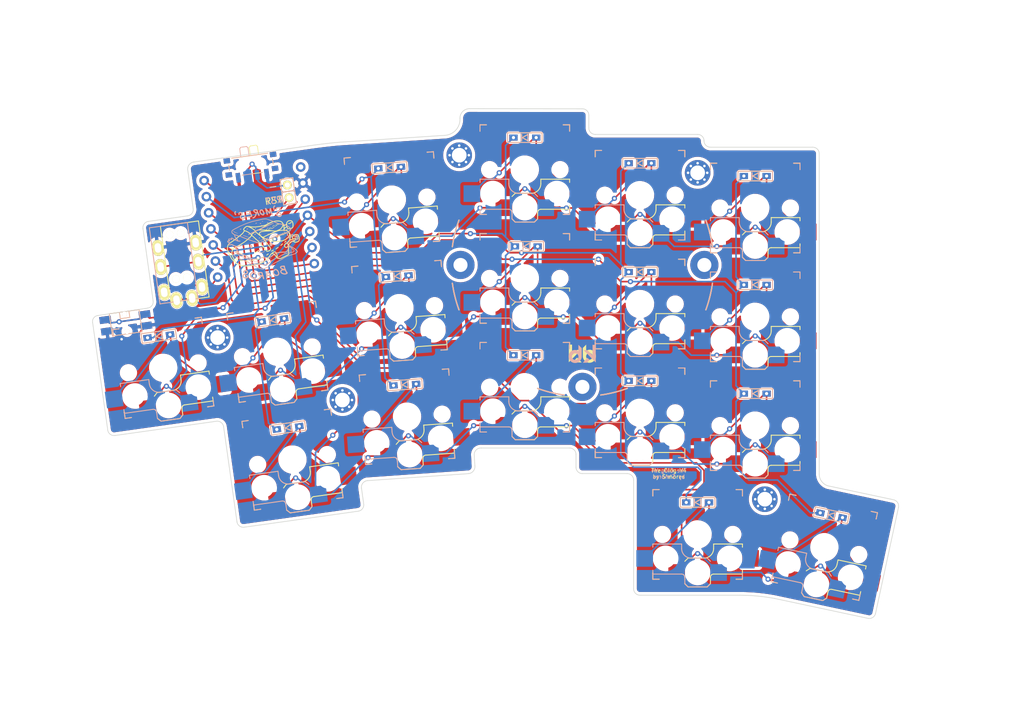
<source format=kicad_pcb>
(kicad_pcb (version 20211014) (generator pcbnew)
  (title_block (title "The Clog V2") (date "2022-06-26") (rev "1.1") (company "by S'mores"))
  (layers (0 "F.Cu" signal) (31 "B.Cu" signal) (34 "B.Paste" user) (35 "F.Paste" user) (36 "B.SilkS" user "B.Silkscreen") (37 "F.SilkS" user "F.Silkscreen") (38 "B.Mask" user) (39 "F.Mask" user) (44 "Edge.Cuts" user))
  (net 0 "")
  (net 1 "Bat-")
  (net 2 "GND")
  (net 3 "Col1")
  (net 4 "Net-(D1-Pad2)")
  (net 5 "Col2")
  (net 6 "Net-(D2-Pad2)")
  (net 7 "Col3")
  (net 8 "Net-(D3-Pad2)")
  (net 9 "Col4")
  (net 10 "Net-(D4-Pad2)")
  (net 11 "Col5")
  (net 12 "Net-(D5-Pad2)")
  (net 13 "Net-(D6-Pad2)")
  (net 14 "Net-(D7-Pad2)")
  (net 15 "Net-(D8-Pad2)")
  (net 16 "Net-(D9-Pad2)")
  (net 17 "Net-(D10-Pad2)")
  (net 18 "Net-(D11-Pad2)")
  (net 19 "Net-(D12-Pad2)")
  (net 20 "Net-(D13-Pad2)")
  (net 21 "Net-(D14-Pad2)")
  (net 22 "Net-(D15-Pad2)")
  (net 23 "Net-(D16-Pad2)")
  (net 24 "Net-(D17-Pad2)")
  (net 25 "Data2")
  (net 26 "Row1")
  (net 27 "Row2")
  (net 28 "Row3")
  (net 29 "Row4")
  (net 30 "Data1")
  (net 31 "VCC")
  (net 32 "Reset")
  (footprint "footprints:xiao-ble" (layer "F.Cu") (at 107.918764 75.214541 8)
    (fp_text reference "U1" hide)
    (fp_text value "xiao-ble" hide)
  )
  (footprint "footprints:choc-switch-socket-only" (layer "F.Cu") (at 176.418768 124.01454)
    (fp_text reference "SW16" hide)
    (fp_text value "Switch" hide)
  )
  (footprint "footprints:power-switch" (layer "F.Cu") (at 106.676153 66.561031 -172)
    (fp_text reference "SW21" hide)
    (fp_text value "SW_SPDT" hide)
  )
  (footprint "footprints:reset-switch-angled-4pin" (layer "F.Cu") (at 87.06416 90.947561 8)
    (fp_text reference "SW18" hide)
    (fp_text value "SW_Push" hide)
  )
  (footprint "footprints:smd-diode" (layer "F.Cu") (at 167.418763 83.014543)
    (fp_text reference "D9" hide)
    (fp_text value "1N4148W" hide)
  )
  (footprint "footprints:single-pin" (layer "F.Cu") (at 112.592731 71.40448 8)
    (fp_text reference "THT2" hide)
    (fp_text value "MountingHole_Pad" hide)
  )
  (footprint "footprints:smd-diode" (layer "F.Cu") (at 130.66998 100.626723 4)
    (fp_text reference "D12" hide)
    (fp_text value "1N4148W" hide)
  )
  (footprint "footprints:smd-diode" (layer "F.Cu") (at 92.232128 93.033761 8)
    (fp_text reference "D1" hide)
    (fp_text value "1N4148W" hide)
  )
  (footprint "footprints:choc-switch-socket-only" (layer "F.Cu") (at 149.418765 67.014543)
    (fp_text reference "SW3" hide)
    (fp_text value "Switch" hide)
  )
  (footprint "footprints:m2-hole" (layer "F.Cu") (at 101.418766 93.26454)
    (fp_text reference "Ref**" hide)
    (fp_text value "Val**" hide)
  )
  (footprint "art:clogs" (layer "F.Cu") (at 109.107369 77.857616)
    (fp_text reference "G***" hide)
    (fp_text value "LOGO" hide)
  )
  (footprint "footprints:choc-switch-socket-only" (layer "F.Cu") (at 185.418764 107.014542)
    (fp_text reference "SW15" hide)
    (fp_text value "Switch" hide)
  )
  (footprint "footprints:choc-switch-socket-only" (layer "F.Cu") (at 129.832902 88.655953 4)
    (fp_text reference "SW7" hide)
    (fp_text value "Switch" hide)
  )
  (footprint "footprints:smd-diode" (layer "F.Cu") (at 149.418763 62.014541)
    (fp_text reference "D3" hide)
    (fp_text value "1N4148W" hide)
  )
  (footprint "footprints:smd-diode" (layer "F.Cu") (at 128.298262 66.709542 4)
    (fp_text reference "D2" hide)
    (fp_text value "1N4148W" hide)
  )
  (footprint "footprints:smd-diode" (layer "F.Cu") (at 167.418762 66.014539)
    (fp_text reference "D4" hide)
    (fp_text value "1N4148W" hide)
  )
  (footprint "footprints:smd-diode" (layer "F.Cu") (at 129.484118 83.668135 4)
    (fp_text reference "D7" hide)
    (fp_text value "1N4148W" hide)
  )
  (footprint "footprints:tenting-puck" (layer "F.Cu") (at 158.418765 81.914537)
    (fp_text reference "REF**" hide)
    (fp_text value "Tenting Puck" hide)
  )
  (footprint "footprints:smd-diode" (layer "F.Cu") (at 197.318768 121.01454 -12)
    (fp_text reference "D17" hide)
    (fp_text value "1N4148W" hide)
  )
  (footprint "footprints:choc-switch-socket-only" (layer "F.Cu") (at 185.418763 90.014546)
    (fp_text reference "SW10" hide)
    (fp_text value "Switch" hide)
  )
  (footprint "footprints:m2-hole" (layer "F.Cu") (at 120.918766 103.014542)
    (fp_text reference "Ref**" hide)
    (fp_text value "Val**" hide)
  )
  (footprint "footprints:choc-switch-socket-only" (layer "F.Cu") (at 110.75282 95.479981 8)
    (fp_text reference "SW6" hide)
    (fp_text value "Switch" hide)
  )
  (footprint "footprints:choc-switch-socket-only" (layer "F.Cu") (at 149.418767 101.014539)
    (fp_text reference "SW13" hide)
    (fp_text value "Switch" hide)
  )
  (footprint "footprints:m2-hole" (layer "F.Cu") (at 176.418765 67.514541)
    (fp_text reference "Ref**" hide)
    (fp_text value "Val**" hide)
  )
  (footprint "footprints:choc-switch-socket-only" (layer "F.Cu") (at 167.418763 71.014537)
    (fp_text reference "SW4" hide)
    (fp_text value "Switch" hide)
  )
  (footprint "footprints:smd-diode" (layer "F.Cu") (at 149.418766 96.014542)
    (fp_text reference "D13" hide)
    (fp_text value "1N4148W" hide)
  )
  (footprint "footprints:choc-switch-socket-only" (layer "F.Cu") (at 196.218763 126.01454 -12)
    (fp_text reference "SW17" hide)
    (fp_text value "Switch" hide)
  )
  (footprint "footprints:smd-diode" (layer "F.Cu") (at 185.418764 102.014536)
    (fp_text reference "D15" hide)
    (fp_text value "1N4148W" hide)
  )
  (footprint "footprints:smd-diode" (layer "F.Cu") (at 176.418765 119.014541)
    (fp_text reference "D16" hide)
    (fp_text value "1N4148W" hide)
  )
  (footprint "footprints:single-pin" (layer "F.Cu") (at 112.314385 69.423944 8)
    (fp_text reference "THT1" hide)
    (fp_text value "MountingHole_Pad" hide)
  )
  (footprint "footprints:smd-diode" (layer "F.Cu") (at 149.643765 79.014542)
    (fp_text reference "D8" hide)
    (fp_text value "1N4148W" hide)
  )
  (footprint "footprints:choc-switch-socket-only" (layer "F.Cu") (at 113.118762 112.314539 8)
    (fp_text reference "SW11" hide)
    (fp_text value "Switch" hide)
  )
  (footprint "footprints:choc-switch-socket-only" (layer "F.Cu") (at 149.418761 84.014539)
    (fp_text reference "SW8" hide)
    (fp_text value "Switch" hide)
  )
  (footprint "footprints:m2-hole" (layer "F.Cu") (at 186.918765 118.514541)
    (fp_text reference "Ref**" hide)
    (fp_text value "Val**" hide)
  )
  (footprint "footprints:choc-switch-socket-only" (layer "F.Cu") (at 92.927995 97.9851 8)
    (fp_text reference "SW1" hide)
    (fp_text value "Switch" hide)
  )
  (footprint "footprints:smd-diode" (layer "F.Cu") (at 167.418763 100.014544)
    (fp_text reference "D14" hide)
    (fp_text value "1N4148W" hide)
  )
  (footprint "footprints:trrs" (layer "F.Cu") (at 95.450208 75.449035 8)
    (fp_text reference "J1" hide)
    (fp_text value "AudioJack4dpb" hide)
  )
  (footprint "footprints:m2-hole" (layer "F.Cu") (at 139.168765 64.764541)
    (fp_text reference "Ref**" hide)
    (fp_text value "Val**" hide)
  )
  (footprint "footprints:smd-diode" (layer "F.Cu") (at 185.418765 85.014543)
    (fp_text reference "D10" hide)
    (fp_text value "1N4148W" hide)
  )
  (footprint "footprints:choc-switch-socket-only" (layer "F.Cu") (at 167.418762 105.014544)
    (fp_text reference "SW14" hide)
    (fp_text value "Switch" hide)
  )
  (footprint "footprints:smd-diode" (layer "F.Cu") (at 112.422897 107.363198 8)
    (fp_text reference "D11" hide)
    (fp_text value "1N4148W" hide)
  )
  (footprint "footprints:choc-switch-socket-only" (layer "F.Cu") (at 167.418762 88.01454)
    (fp_text reference "SW9" hide)
    (fp_text value "Switch" hide)
  )
  (footprint "footprints:smd-diode" (layer "F.Cu") (at 185.418765 68.014544)
    (fp_text reference "D5" hide)
    (fp_text value "1N4148W" hide)
  )
  (footprint "footprints:choc-switch-socket-only" (layer "F.Cu") (at 128.647042 71.697362 4)
    (fp_text reference "SW2" hide)
    (fp_text value "Switch" hide)
  )
  (footprint "footprints:choc-switch-socket-only" (layer "F.Cu") (at 185.418764 73.014545)
    (fp_text reference "SW5" hide)
    (fp_text value "Switch" hide)
  )
  (footprint "footprints:choc-switch-socket-only" (layer "F.Cu") (at 131.018763 105.61454 4)
    (fp_text reference "SW12" hide)
    (fp_text value "Switch" hide)
  )
  (footprint "footprints:smd-diode" (layer "F.Cu") (at 110.056953 90.52864 8)
    (fp_text reference "D6" hide)
    (fp_text value "1N4148W" hide)
  )
  (footprint "footprints:reset-switch-angled-4pin" (layer "B.Cu") (at 87.06416 90.947561 -172)
    (fp_text reference "SW19" hide)
    (fp_text value "SW_Push" hide)
  )
  (footprint "art:smores" (layer "B.Cu") (at 108.849835 78.935166 -172)
    (fp_text reference "G***" hide)
    (fp_text value "LOGO" hide)
  )
  (footprint "footprints:power-switch" (layer "B.Cu") (at 106.676153 66.561031 8)
    (fp_text reference "SW20" hide)
    (fp_text value "SW_SPDT" hide)
  )
  (gr_line (start 97.686927 65.829975) (end 115.511752 63.32486) (layer "Edge.Cuts") (width 0.1))
  (gr_arc (start 178.418766 63.514541) (mid 177.711688 63.221618) (end 177.418761 62.51454) (layer "Edge.Cuts") (width 0.1))
  (gr_arc (start 115.511752 63.32486) (mid 117.940737 62.99891) (end 120.377985 62.741937) (layer "Edge.Cuts") (width 0.1))
  (gr_arc (start 158.418763 57.514541) (mid 159.125871 57.807434) (end 159.418764 58.514542) (layer "Edge.Cuts") (width 0.1))
  (gr_arc (start 176.418766 61.514541) (mid 177.125845 61.807465) (end 177.418765 62.514545) (layer "Edge.Cuts") (width 0.1))
  (gr_line (start 207.032864 118.60091) (end 196.762313 116.41784) (layer "Edge.Cuts") (width 0.1))
  (gr_arc (start 204.217815 136.358222) (mid 203.78431 136.988951) (end 203.031755 137.128457) (layer "Edge.Cuts") (width 0.1))
  (gr_line (start 82.718766 89.814541) (end 90.493305 88.653247) (layer "Edge.Cuts") (width 0.1))
  (gr_arc (start 139.281189 58.987497) (mid 139.686238 57.965388) (end 140.680571 57.496234) (layer "Edge.Cuts") (width 0.1))
  (gr_arc (start 207.032864 118.60091) (mid 207.663623 119.034418) (end 207.803102 119.786973) (layer "Edge.Cuts") (width 0.1))
  (gr_line (start 124.818763 115.614541) (end 140.668763 114.514541) (layer "Edge.Cuts") (width 0.1))
  (gr_line (start 120.377985 62.741937) (end 136.961671 61.655797) (layer "Edge.Cuts") (width 0.1))
  (gr_line (start 159.418765 60.514543) (end 159.418764 58.514542) (layer "Edge.Cuts") (width 0.1))
  (gr_line (start 102.354699 107.182776) (end 104.442294 122.036796) (layer "Edge.Cuts") (width 0.1))
  (gr_arc (start 182.918765 133.514541) (mid 185.680106 133.639797) (end 188.418766 134.014539) (layer "Edge.Cuts") (width 0.1))
  (gr_arc (start 97.599679 73.112995) (mid 97.408077 73.854014) (end 96.748585 74.242437) (layer "Edge.Cuts") (width 0.1))
  (gr_line (start 157.418766 113.514542) (end 157.418765 111.514544) (layer "Edge.Cuts") (width 0.1))
  (gr_arc (start 194.418766 63.514544) (mid 195.12587 63.807437) (end 195.418762 64.514541) (layer "Edge.Cuts") (width 0.1))
  (gr_arc (start 160.418767 61.514542) (mid 159.711659 61.22165) (end 159.418765 60.514543) (layer "Edge.Cuts") (width 0.1))
  (gr_line (start 176.418766 61.514541) (end 160.418767 61.514542) (layer "Edge.Cuts") (width 0.1))
  (gr_line (start 165.418768 114.514541) (end 158.418764 114.514541) (layer "Edge.Cuts") (width 0.1))
  (gr_arc (start 85.380972 108.558449) (mid 84.639951 108.366833) (end 84.251527 107.707352) (layer "Edge.Cuts") (width 0.1))
  (gr_arc (start 124.247656 119.253334) (mid 124.056036 119.994323) (end 123.396564 120.382775) (layer "Edge.Cuts") (width 0.1))
  (gr_arc (start 141.618765 113.314541) (mid 141.3835 114.104322) (end 140.668763 114.514541) (layer "Edge.Cuts") (width 0.1))
  (gr_arc (start 167.418771 133.514541) (mid 166.711724 133.221614) (end 166.418769 132.51454) (layer "Edge.Cuts") (width 0.1))
  (gr_line (start 166.418764 132.514542) (end 166.418767 115.514542) (layer "Edge.Cuts") (width 0.1))
  (gr_line (start 85.380972 108.558449) (end 101.22526 106.331679) (layer "Edge.Cuts") (width 0.1))
  (gr_line (start 91.3444 87.523806) (end 89.757826 76.234752) (layer "Edge.Cuts") (width 0.1))
  (gr_line (start 97.599679 73.112995) (end 96.750723 67.07236) (layer "Edge.Cuts") (width 0.1))
  (gr_line (start 188.418766 134.014539) (end 203.031755 137.128457) (layer "Edge.Cuts") (width 0.1))
  (gr_arc (start 141.518767 111.61454) (mid 141.818457 110.814235) (end 142.618762 110.514543) (layer "Edge.Cuts") (width 0.1))
  (gr_arc (start 96.750723 67.07236) (mid 96.961548 66.257305) (end 97.686927 65.829975) (layer "Edge.Cuts") (width 0.1))
  (gr_arc (start 158.418764 114.514541) (mid 157.711658 114.221648) (end 157.418767 113.514542) (layer "Edge.Cuts") (width 0.1))
  (gr_line (start 124.247656 119.253334) (end 123.899724 116.777666) (layer "Edge.Cuts") (width 0.1))
  (gr_line (start 204.217815 136.358222) (end 207.803102 119.786973) (layer "Edge.Cuts") (width 0.1))
  (gr_arc (start 91.3444 87.523806) (mid 91.152794 88.264825) (end 90.493305 88.653247) (layer "Edge.Cuts") (width 0.1))
  (gr_arc (start 165.418768 114.514541) (mid 166.125874 114.807435) (end 166.418766 115.514542) (layer "Edge.Cuts") (width 0.1))
  (gr_arc (start 105.571738 122.887892) (mid 104.830717 122.696298) (end 104.442294 122.036796) (layer "Edge.Cuts") (width 0.1))
  (gr_line (start 81.885584 90.872798) (end 84.251527 107.707352) (layer "Edge.Cuts") (width 0.1))
  (gr_line (start 141.518767 111.61454) (end 141.618765 113.314541) (layer "Edge.Cuts") (width 0.1))
  (gr_line (start 156.418763 110.514541) (end 142.618762 110.514543) (layer "Edge.Cuts") (width 0.1))
  (gr_arc (start 196.762313 116.41784) (mid 195.771941 115.691107) (end 195.418765 114.514543) (layer "Edge.Cuts") (width 0.1))
  (gr_line (start 167.418771 133.514541) (end 182.918765 133.514541) (layer "Edge.Cuts") (width 0.1))
  (gr_line (start 105.571738 122.887892) (end 123.396564 120.382775) (layer "Edge.Cuts") (width 0.1))
  (gr_line (start 195.418765 114.514543) (end 195.418763 106.014542) (layer "Edge.Cuts") (width 0.1))
  (gr_line (start 194.418766 63.514544) (end 178.418766 63.514541) (layer "Edge.Cuts") (width 0.1))
  (gr_arc (start 89.757826 76.234752) (mid 89.949484 75.493783) (end 90.608924 75.10531) (layer "Edge.Cuts") (width 0.1))
  (gr_arc (start 123.899724 116.777666) (mid 124.110512 115.999567) (end 124.818763 115.614541) (layer "Edge.Cuts") (width 0.1))
  (gr_arc (start 139.281189 58.987497) (mid 138.674001 60.801976) (end 136.961671 61.655797) (layer "Edge.Cuts") (width 0.1))
  (gr_line (start 195.418764 64.514541) (end 195.418763 106.014542) (layer "Edge.Cuts") (width 0.1))
  (gr_arc (start 101.22526 106.331679) (mid 101.966242 106.523303) (end 102.354699 107.182776) (layer "Edge.Cuts") (width 0.1))
  (gr_arc (start 156.418763 110.514541) (mid 157.125871 110.807434) (end 157.418764 111.514542) (layer "Edge.Cuts") (width 0.1))
  (gr_line (start 90.608924 75.10531) (end 96.748585 74.242437) (layer "Edge.Cuts") (width 0.1))
  (gr_line (start 158.418763 57.514541) (end 140.680571 57.496234) (layer "Edge.Cuts") (width 0.1))
  (gr_arc (start 81.885584 90.872798) (mid 82.076436 90.165958) (end 82.718766 89.814541) (layer "Edge.Cuts") (width 0.1))
  (gr_text "The Clog V4\nby S'mores" (at 171.918766 114.514542) (layer "B.SilkS") (effects (font (size 0.6 0.6) (thickness 0.1)) (justify mirror)))
  (gr_text "RST\n" (at 110.245669 71.840632 8) (layer "B.SilkS") (effects (font (size 1 1)) (justify mirror)))
  (gr_text " -" (at 110.335596 69.606374 8) (layer "B.SilkS") (effects (font (size 1 1)) (justify mirror)))
  (gr_text " -" (at 109.741434 69.689877 8) (layer "F.SilkS") (effects (font (size 1 1))))
  (gr_text "The Clog V4\nby S'mores" (at 171.918766 114.514542) (layer "F.SilkS") (effects (font (size 0.6 0.6) (thickness 0.1))))
  (gr_text "RST\n" (at 110.146642 71.85455 8) (layer "F.SilkS") (effects (font (size 1 1))))
  (segment (start 106.010646 67.214675) (end 106.806352 66.158737) (width 0.25) (layer "F.Cu") (net 1))
  (segment (start 106.132471 68.081493) (end 106.010646 67.214675) (width 0.25) (layer "F.Cu") (net 1))
  (via (at 106.806352 66.158737) (size 0.8) (drill 0.4) (layers "F.Cu" "B.Cu") (net 1))
  (segment (start 107.371073 66.584285) (end 107.54437 67.817347) (width 0.25) (layer "B.Cu") (net 1))
  (segment (start 107.617873 67.872733) (end 107.751162 68.82114) (width 0.25) (layer "B.Cu") (net 1))
  (segment (start 107.54437 67.817347) (end 107.617874 67.872734) (width 0.25) (layer "B.Cu") (net 1))
  (segment (start 106.806352 66.158737) (end 107.371073 66.584285) (width 0.25) (layer "B.Cu") (net 1))
  (segment (start 107.751162 68.82114) (end 109.142649 69.869702) (width 0.25) (layer "B.Cu") (net 1))
  (segment (start 109.142649 69.869702) (end 112.314385 69.423944) (width 0.25) (layer "B.Cu") (net 1))
  (segment (start 88.152072 93.51454) (end 86.418765 93.514541) (width 0.25) (layer "F.Cu") (net 2))
  (segment (start 92.096948 79.252737) (end 97.989042 78.424658) (width 0.25) (layer "F.Cu") (net 2))
  (segment (start 90.259247 91.407366) (end 88.152072 93.51454) (width 0.25) (layer "F.Cu") (net 2))
  (via (at 86.418765 93.514541) (size 0.8) (drill 0.4) (layers "F.Cu" "B.Cu") (net 2))
  (segment (start 86.418765 93.514541) (end 85.174464 92.270239) (width 0.25) (layer "B.Cu") (net 2))
  (segment (start 85.174464 92.270239) (end 84.119585 92.270239) (width 0.25) (layer "B.Cu") (net 2))
  (segment (start 105.706151 73.547218) (end 99.312421 68.729198) (width 0.25) (layer "F.Cu") (net 3))
  (segment (start 107.125323 83.645155) (end 105.706151 73.547218) (width 0.25) (layer "F.Cu") (net 3))
  (via (at 107.125323 83.645155) (size 0.8) (drill 0.4) (layers "F.Cu" "B.Cu") (net 3))
  (segment (start 107.33132 92.060132) (end 109.380712 106.642322) (width 0.25) (layer "B.Cu") (net 3))
  (segment (start 108.299227 90.775675) (end 107.33132 92.060132) (width 0.25) (layer "B.Cu") (net 3))
  (segment (start 91.358313 93.280794) (end 92.771666 91.867441) (width 0.25) (layer "B.Cu") (net 3))
  (segment (start 90.474402 93.280793) (end 91.358313 93.280794) (width 0.25) (layer "B.Cu") (net 3))
  (segment (start 109.380712 106.642322) (end 110.665172 107.61023) (width 0.25) (layer "B.Cu") (net 3))
  (segment (start 107.079569 89.856597) (end 107.853873 88.829061) (width 0.25) (layer "B.Cu") (net 3))
  (segment (start 107.853873 88.829061) (end 107.125323 83.645155) (width 0.25) (layer "B.Cu") (net 3))
  (segment (start 92.771666 91.867441) (end 107.079569 89.856597) (width 0.25) (layer "B.Cu") (net 3))
  (segment (start 107.079569 89.856597) (end 108.299227 90.775675) (width 0.25) (layer "B.Cu") (net 3))
  (segment (start 94.422319 95.863861) (end 93.989855 92.786728) (width 0.25) (layer "F.Cu") (net 4))
  (segment (start 99.012903 98.564) (end 98.163873 98.683323) (width 0.25) (layer "F.Cu") (net 4))
  (segment (start 101.644364 100.546946) (end 99.012903 98.564) (width 0.25) (layer "F.Cu") (net 4))
  (segment (start 98.163873 98.683323) (end 94.422319 95.863861) (width 0.25) (layer "F.Cu") (net 4))
  (segment (start 87.238372 100.218803) (end 88.525721 100.037876) (width 0.25) (layer "B.Cu") (net 4))
  (segment (start 85.255428 102.85026) (end 87.238372 100.218803) (width 0.25) (layer "B.Cu") (net 4))
  (segment (start 88.525721 100.037876) (end 93.989855 92.786728) (width 0.25) (layer "B.Cu") (net 4))
  (segment (start 121.25477 72.090768) (end 123.978273 68.476557) (width 0.25) (layer "F.Cu") (net 5))
  (via (at 123.978273 68.476557) (size 0.8) (drill 0.4) (layers "F.Cu" "B.Cu") (net 5))
  (via (at 121.25477 72.090768) (size 0.8) (drill 0.4) (layers "F.Cu" "B.Cu") (net 5))
  (segment (start 126.576882 85.099417) (end 127.591837 99.613975) (width 0.25) (layer "B.Cu") (net 5))
  (segment (start 124.093893 68.323124) (end 125.391019 68.140825) (width 0.25) (layer "B.Cu") (net 5))
  (segment (start 127.591837 99.613975) (end 128.899304 100.75054) (width 0.25) (layer "B.Cu") (net 5))
  (segment (start 126.405977 82.655387) (end 127.713443 83.791953) (width 0.25) (layer "B.Cu") (net 5))
  (segment (start 121.25477 72.090768) (end 104.005957 74.514931) (width 0.25) (layer "B.Cu") (net 5))
  (segment (start 127.713443 83.791953) (end 126.576882 85.099417) (width 0.25) (layer "B.Cu") (net 5))
  (segment (start 123.978273 68.476557) (end 124.093893 68.323124) (width 0.25) (layer "B.Cu") (net 5))
  (segment (start 125.391019 68.140825) (end 126.405977 82.655387) (width 0.25) (layer "B.Cu") (net 5))
  (segment (start 104.005957 74.514931) (end 99.665922 71.24448) (width 0.25) (layer "B.Cu") (net 5))
  (segment (start 126.527586 66.833358) (end 125.391019 68.140825) (width 0.25) (layer "B.Cu") (net 5))
  (segment (start 124.691666 72.475172) (end 129.794611 66.604907) (width 0.25) (layer "F.Cu") (net 6))
  (segment (start 133.739499 72.844929) (end 130.297389 69.852749) (width 0.25) (layer "F.Cu") (net 6))
  (segment (start 129.794611 66.604907) (end 130.068936 66.585723) (width 0.25) (layer "F.Cu") (net 6))
  (segment (start 134.762005 72.773427) (end 133.739499 72.844929) (width 0.25) (layer "F.Cu") (net 6))
  (segment (start 130.297389 69.852749) (end 130.068936 66.585723) (width 0.25) (layer "F.Cu") (net 6))
  (segment (start 137.163472 74.860993) (end 134.762005 72.773427) (width 0.25) (layer "F.Cu") (net 6))
  (via (at 124.691666 72.475172) (size 0.8) (drill 0.4) (layers "F.Cu" "B.Cu") (net 6))
  (segment (start 123.763857 73.542495) (end 124.691666 72.475172) (width 0.25) (layer "B.Cu") (net 6))
  (segment (start 120.653786 76.015461) (end 122.741351 73.613993) (width 0.25) (layer "B.Cu") (net 6))
  (segment (start 122.741351 73.613993) (end 123.763857 73.542495) (width 0.25) (layer "B.Cu") (net 6))
  (segment (start 140.918783 77.014581) (end 135.91878 77.014582) (width 0.25) (layer "F.Cu") (net 7))
  (segment (start 106.1663 84.006642) (end 105.28371 77.726685) (width 0.25) (layer "F.Cu") (net 7))
  (segment (start 106.73102 84.432191) (end 106.1663 84.006642) (width 0.25) (layer "F.Cu") (net 7))
  (segment (start 121.41878 80.014582) (end 120.102559 80.199565) (width 0.25) (layer "F.Cu") (net 7))
  (segment (start 135.91878 77.014582) (end 132.918783 80.014582) (width 0.25) (layer "F.Cu") (net 7))
  (segment (start 118.119103 82.831699) (end 106.73102 84.432191) (width 0.25) (layer "F.Cu") (net 7))
  (segment (start 120.102559 80.199565) (end 118.119103 82.831699) (width 0.25) (layer "F.Cu") (net 7))
  (segment (start 132.918783 80.014582) (end 121.41878 80.014582) (width 0.25) (layer "F.Cu") (net 7))
  (segment (start 105.28371 77.726685) (end 100.01942 73.75976) (width 0.25) (layer "F.Cu") (net 7))
  (via (at 140.918783 77.014581) (size 0.8) (drill 0.4) (layers "F.Cu" "B.Cu") (net 7))
  (segment (start 145.868802 77.014581) (end 143.918783 77.014581) (width 0.25) (layer "B.Cu") (net 7))
  (segment (start 147.643763 62.014541) (end 146.418782 63.239523) (width 0.25) (layer "B.Cu") (net 7))
  (segment (start 146.418781 77.564561) (end 145.868802 77.014581) (width 0.25) (layer "B.Cu") (net 7))
  (segment (start 143.918783 77.014581) (end 140.918783 77.014581) (width 0.25) (layer "B.Cu") (net 7))
  (segment (start 146.418783 94.78956) (end 147.643766 96.014543) (width 0.25) (layer "B.Cu") (net 7))
  (segment (start 146.418781 77.564561) (end 147.868763 79.014543) (width 0.25) (layer "B.Cu") (net 7))
  (segment (start 147.868763 79.014543) (end 146.418781 80.464525) (width 0.25) (layer "B.Cu") (net 7))
  (segment (start 146.418782 63.239523) (end 146.418781 77.564561) (width 0.25) (layer "B.Cu") (net 7))
  (segment (start 146.418781 80.464525) (end 146.418783 94.78956) (width 0.25) (layer "B.Cu") (net 7))
  (segment (start 157.693763 70.764543) (end 155.443804 68.514581) (width 0.25) (layer "F.Cu") (net 8))
  (segment (start 154.41878 68.514583) (end 151.193764 65.289563) (width 0.25) (layer "F.Cu") (net 8))
  (segment (start 155.443804 68.514581) (end 154.41878 68.514583) (width 0.25) (layer "F.Cu") (net 8))
  (segment (start 150.918823 62.014542) (end 151.193765 62.014541) (width 0.25) (layer "F.Cu") (net 8))
  (segment (start 145.418782 67.514582) (end 150.918823 62.014542) (width 0.25) (layer "F.Cu") (net 8))
  (segment (start 151.193764 65.289563) (end 151.193765 62.014541) (width 0.25) (layer "F.Cu") (net 8))
  (via (at 145.418782 67.514582) (size 0.8) (drill 0.4) (layers "F.Cu" "B.Cu") (net 8))
  (segment (start 143.393727 68.514582) (end 144.418782 68.514582) (width 0.25) (layer "B.Cu") (net 8))
  (segment (start 141.143765 70.764543) (end 143.393727 68.514582) (width 0.25) (layer "B.Cu") (net 8))
  (segment (start 144.418782 68.514582) (end 145.418782 67.514582) (width 0.25) (layer "B.Cu") (net 8))
  (segment (start 133.418781 81.014583) (end 121.418783 81.014581) (width 0.25) (layer "F.Cu") (net 9))
  (segment (start 148.906481 80.002283) (end 146.906481 80.002283) (width 0.25) (layer "F.Cu") (net 9))
  (segment (start 146.906481 80.002283) (end 144.918781 78.014583) (width 0.25) (layer "F.Cu") (net 9))
  (segment (start 118.753409 83.752381) (end 105.879924 85.561631) (width 0.25) (layer "F.Cu") (net 9))
  (segment (start 105.879924 85.561631) (end 105.315204 85.136084) (width 0.25) (layer "F.Cu") (net 9))
  (segment (start 105.315204 85.136084) (end 104.507768 79.390871) (width 0.25) (layer "F.Cu") (net 9))
  (segment (start 121.418783 81.014581) (end 120.745149 81.109254) (width 0.25) (layer "F.Cu") (net 9))
  (segment (start 144.918781 78.014583) (end 136.418782 78.014581) (width 0.25) (layer "F.Cu") (net 9))
  (segment (start 104.507768 79.390871) (end 100.372921 76.27504) (width 0.25) (layer "F.Cu") (net 9))
  (segment (start 136.418782 78.014581) (end 133.418781 81.014583) (width 0.25) (layer "F.Cu") (net 9))
  (segment (start 120.745149 81.109254) (end 118.753409 83.752381) (width 0.25) (layer "F.Cu") (net 9))
  (via (at 148.906481 80.002283) (size 0.8) (drill 0.4) (layers "F.Cu" "B.Cu") (net 9))
  (segment (start 176.918781 115.514582) (end 174.643767 117.789597) (width 0.25) (layer "B.Cu") (net 9))
  (segment (start 165.643763 66.014537) (end 164.418784 67.239521) (width 0.25) (layer "B.Cu") (net 9))
  (segment (start 165.643764 100.014545) (end 164.418781 101.239525) (width 0.25) (layer "B.Cu") (net 9))
  (segment (start 158.918782 80.014583) (end 148.918781 80.014581) (width 0.25) (layer "B.Cu") (net 9))
  (segment (start 164.418784 67.239521) (end 164.418782 81.789561) (width 0.25) (layer "B.Cu") (net 9))
  (segment (start 162.643802 80.014581) (end 158.918782 80.014583) (width 0.25) (layer "B.Cu") (net 9))
  (segment (start 176.918782 114.014582) (end 176.918781 115.514582) (width 0.25) (layer "B.Cu") (net 9))
  (segment (start 164.418782 81.789561) (end 162.643802 80.014581) (width 0.25) (layer "B.Cu") (net 9))
  (segment (start 164.41878 111.514583) (end 166.418781 113.514581) (width 0.25) (layer "B.Cu") (net 9))
  (segment (start 176.418781 113.514582) (end 176.918782 114.014582) (width 0.25) (layer "B.Cu") (net 9))
  (segment (start 166.418781 113.514581) (end 176.418781 113.514582) (width 0.25) (layer "B.Cu") (net 9))
  (segment (start 174.643767 117.789597) (end 174.643764 119.01454) (width 0.25) (layer "B.Cu") (net 9))
  (segment (start 164.418782 84.239525) (end 164.418781 98.789561) (width 0.25) (layer "B.Cu") (net 9))
  (segment (start 164.418781 101.239525) (end 164.41878 111.514583) (width 0.25) (layer "B.Cu") (net 9))
  (segment (start 148.918781 80.014581) (end 148.906481 80.002283) (width 0.25) (layer "B.Cu") (net 9))
  (segment (start 164.418781 98.789561) (end 165.643764 100.014545) (width 0.25) (layer "B.Cu") (net 9))
  (segment (start 164.418782 81.789561) (end 165.643763 83.014543) (width 0.25) (layer "B.Cu") (net 9))
  (segment (start 165.643763 83.014543) (end 164.418782 84.239525) (width 0.25) (layer "B.Cu") (net 9))
  (segment (start 172.418781 72.514582) (end 169.193762 69.289565) (width 0.25) (layer "F.Cu") (net 10))
  (segment (start 168.918826 66.014537) (end 169.193764 66.014538) (width 0.25) (layer "F.Cu") (net 10))
  (segment (start 163.41878 71.514581) (end 168.918826 66.014537) (width 0.25) (layer "F.Cu") (net 10))
  (segment (start 175.693762 74.764537) (end 173.443805 72.514583) (width 0.25) (layer "F.Cu") (net 10))
  (segment (start 173.443805 72.514583) (end 172.418781 72.514582) (width 0.25) (layer "F.Cu") (net 10))
  (segment (start 169.193762 69.289565) (end 169.193764 66.014538) (width 0.25) (layer "F.Cu") (net 10))
  (via (at 163.41878 71.514581) (size 0.8) (drill 0.4) (layers "F.Cu" "B.Cu") (net 10))
  (segment (start 162.418783 72.514582) (end 163.41878 71.514581) (width 0.25) (layer "B.Cu") (net 10))
  (segment (start 159.143763 74.764537) (end 161.39372 72.514581) (width 0.25) (layer "B.Cu") (net 10))
  (segment (start 161.39372 72.514581) (end 162.418783 72.514582) (width 0.25) (layer "B.Cu") (net 10))
  (segment (start 119.418759 84.668699) (end 105.028831 86.691073) (width 0.25) (layer "F.Cu") (net 11))
  (segment (start 147.418781 81.014582) (end 145.918781 81.014582) (width 0.25) (layer "F.Cu") (net 11))
  (segment (start 164.41878 84.514582) (end 160.918781 81.014582) (width 0.25) (layer "F.Cu") (net 11))
  (segment (start 165.91878 84.514581) (end 164.41878 84.514582) (width 0.25) (layer "F.Cu") (net 11))
  (segment (start 104.464109 86.265525) (end 103.731827 81.055057) (width 0.25) (layer "F.Cu") (net 11))
  (segment (start 121.41878 82.014582) (end 119.418759 84.668699) (width 0.25) (layer "F.Cu") (net 11))
  (segment (start 103.731827 81.055057) (end 100.72642 78.790322) (width 0.25) (layer "F.Cu") (net 11))
  (segment (start 145.918781 81.014582) (end 143.918781 79.014583) (width 0.25) (layer "F.Cu") (net 11))
  (segment (start 105.028831 86.691073) (end 104.464109 86.265525) (width 0.25) (layer "F.Cu") (net 11))
  (segment (start 143.918781 79.014583) (end 136.91878 79.014582) (width 0.25) (layer "F.Cu") (net 11))
  (segment (start 136.91878 79.014582) (end 133.918781 82.014581) (width 0.25) (layer "F.Cu") (net 11))
  (segment (start 133.918781 82.014581) (end 121.41878 82.014582) (width 0.25) (layer "F.Cu") (net 11))
  (via (at 165.91878 84.514581) (size 0.8) (drill 0.4) (layers "F.Cu" "B.Cu") (net 11))
  (via (at 160.918781 81.014582) (size 0.8) (drill 0.4) (layers "F.Cu" "B.Cu") (net 11))
  (via (at 147.418781 81.014582) (size 0.8) (drill 0.4) (layers "F.Cu" "B.Cu") (net 11))
  (segment (start 183.643763 68.014544) (end 182.418782 69.239524) (width 0.25) (layer "B.Cu") (net 11))
  (segment (start 182.41878 83.789557) (end 183.643767 85.014542) (width 0.25) (layer "B.Cu") (net 11))
  (segment (start 182.418782 103.239519) (end 182.41878 113.514582) (width 0.25) (layer "B.Cu") (net 11))
  (segment (start 183.643764 102.014537) (end 182.418782 103.239519) (width 0.25) (layer "B.Cu") (net 11))
  (segment (start 182.418781 100.789553) (end 183.643764 102.014537) (width 0.25) (layer "B.Cu") (net 11))
  (segment (start 160.918781 81.014582) (end 147.418781 81.014582) (width 0.25) (layer "B.Cu") (net 11))
  (segment (start 183.643767 85.014542) (end 182.418782 86.239525) (width 0.25) (layer "B.Cu") (net 11))
  (segment (start 194.049696 120.645499) (end 195.582555 120.645498) (width 0.25) (layer "B.Cu") (net 11))
  (segment (start 182.41878 113.514582) (end 184.41878 115.514582) (width 0.25) (layer "B.Cu") (net 11))
  (segment (start 188.918781 115.514582) (end 194.049696 120.645499) (width 0.25) (layer "B.Cu") (net 11))
  (segment (start 180.693839 84.514582) (end 165.91878 84.514581) (width 0.25) (layer "B.Cu") (net 11))
  (segment (start 184.41878 115.514582) (end 188.918781 115.514582) (width 0.25) (layer "B.Cu") (net 11))
  (segment (start 182.418782 86.239525) (end 182.418781 100.789553) (width 0.25) (layer "B.Cu") (net 11))
  (segment (start 182.418782 86.239525) (end 180.693839 84.514582) (width 0.25) (layer "B.Cu") (net 11))
  (segment (start 182.418782 69.239524) (end 182.41878 83.789557) (width 0.25) (layer "B.Cu") (net 11))
  (segment (start 193.693764 76.764545) (end 191.443799 74.514582) (width 0.25) (layer "F.Cu") (net 12))
  (segment (start 181.41878 73.514583) (end 186.91882 68.014542) (width 0.25) (layer "F.Cu") (net 12))
  (segment (start 191.443799 74.514582) (end 190.41878 74.514581) (width 0.25) (layer "F.Cu") (net 12))
  (segment (start 186.91882 68.014542) (end 187.193763 68.014543) (width 0.25) (layer "F.Cu") (net 12))
  (segment (start 187.193764 71.289563) (end 187.193763 68.014543) (width 0.25) (layer "F.Cu") (net 12))
  (segment (start 190.41878 74.514581) (end 187.193764 71.289563) (width 0.25) (layer "F.Cu") (net 12))
  (via (at 181.41878 73.514583) (size 0.8) (drill 0.4) (layers "F.Cu" "B.Cu") (net 12))
  (segment (start 177.143763 76.764545) (end 179.393728 74.514581) (width 0.25) (layer "B.Cu") (net 12))
  (segment (start 179.393728 74.514581) (end 180.418782 74.514582) (width 0.25) (layer "B.Cu") (net 12))
  (segment (start 180.418782 74.514582) (end 181.41878 73.514583) (width 0.25) (layer "B.Cu") (net 12))
  (segment (start 119.469191 98.041831) (end 116.83773 96.058885) (width 0.25) (layer "F.Cu") (net 13))
  (segment (start 116.83773 96.058885) (end 115.988699 96.178208) (width 0.25) (layer "F.Cu") (net 13))
  (segment (start 115.988699 96.178208) (end 112.247143 93.358743) (width 0.25) (layer "F.Cu") (net 13))
  (segment (start 106.937113 96.440497) (end 111.550153 90.318786) (width 0.25) (layer "F.Cu") (net 13))
  (segment (start 112.247143 93.358743) (end 111.814678 90.28161) (width 0.25) (layer "F.Cu") (net 13))
  (segment (start 111.550153 90.318786) (end 111.814678 90.28161) (width 0.25) (layer "F.Cu") (net 13))
  (via (at 106.937113 96.440497) (size 0.8) (drill 0.4) (layers "F.Cu" "B.Cu") (net 13))
  (segment (start 106.086015 97.569938) (end 106.937113 96.440497) (width 0.25) (layer "B.Cu") (net 13))
  (segment (start 103.080254 100.345144) (end 105.063197 97.713687) (width 0.25) (layer "B.Cu") (net 13))
  (segment (start 105.063197 97.713687) (end 106.086015 97.569938) (width 0.25) (layer "B.Cu") (net 13))
  (segment (start 131.483248 86.811337) (end 131.254797 83.544315) (width 0.25) (layer "F.Cu") (net 14))
  (segment (start 125.877527 89.433762) (end 130.980468 83.563499) (width 0.25) (layer "F.Cu") (net 14))
  (segment (start 130.980468 83.563499) (end 131.254797 83.544315) (width 0.25) (layer "F.Cu") (net 14))
  (segment (start 134.925359 89.803518) (end 131.483248 86.811337) (width 0.25) (layer "F.Cu") (net 14))
  (segment (start 138.349333 91.819581) (end 135.947864 89.732017) (width 0.25) (layer "F.Cu") (net 14))
  (segment (start 135.947864 89.732017) (end 134.925359 89.803518) (width 0.25) (layer "F.Cu") (net 14))
  (via (at 125.877527 89.433762) (size 0.8) (drill 0.4) (layers "F.Cu" "B.Cu") (net 14))
  (segment (start 124.949717 90.501081) (end 125.877527 89.433762) (width 0.25) (layer "B.Cu") (net 14))
  (segment (start 121.839648 92.974052) (end 123.927213 90.572584) (width 0.25) (layer "B.Cu") (net 14))
  (segment (start 123.927213 90.572584) (end 124.949717 90.501081) (width 0.25) (layer "B.Cu") (net 14))
  (segment (start 157.693761 87.764538) (end 155.443804 85.514583) (width 0.25) (layer "F.Cu") (net 15))
  (segment (start 151.418765 82.514563) (end 151.418763 79.014543) (width 0.25) (layer "F.Cu") (net 15))
  (segment (start 150.918821 79.014544) (end 151.418763 79.014543) (width 0.25) (layer "F.Cu") (net 15))
  (segment (start 155.443804 85.514583) (end 154.41878 85.514583) (width 0.25) (layer "F.Cu") (net 15))
  (segment (start 154.41878 85.514583) (end 151.418765 82.514563) (width 0.25) (layer "F.Cu") (net 15))
  (segment (start 145.418781 84.514582) (end 150.918821 79.014544) (width 0.25) (layer "F.Cu") (net 15))
  (via (at 145.418781 84.514582) (size 0.8) (drill 0.4) (layers "F.Cu" "B.Cu") (net 15))
  (segment (start 144.418781 85.514582) (end 145.418781 84.514582) (width 0.25) (layer "B.Cu") (net 15))
  (segment (start 143.393718 85.514581) (end 144.418781 85.514582) (width 0.25) (layer "B.Cu") (net 15))
  (segment (start 141.14376 87.764539) (end 143.393718 85.514581) (width 0.25) (layer "B.Cu") (net 15))
  (segment (start 163.418782 88.514582) (end 168.918822 83.014542) (width 0.25) (layer "F.Cu") (net 16))
  (segment (start 168.918822 83.014542) (end 169.193765 83.014545) (width 0.25) (layer "F.Cu") (net 16))
  (segment (start 169.193764 86.289564) (end 169.193765 83.014545) (width 0.25) (layer "F.Cu") (net 16))
  (segment (start 175.693763 91.76454) (end 173.443805 89.514582) (width 0.25) (layer "F.Cu") (net 16))
  (segment (start 172.41878 89.514582) (end 169.193764 86.289564) (width 0.25) (layer "F.Cu") (net 16))
  (segment (start 173.443805 89.514582) (end 172.41878 89.514582) (width 0.25) (layer "F.Cu") (net 16))
  (via (at 163.418782 88.514582) (size 0.8) (drill 0.4) (layers "F.Cu" "B.Cu") (net 16))
  (segment (start 159.143761 91.76454) (end 159.143762 91.741319) (width 0.25) (layer "B.Cu") (net 16))
  (segment (start 161.370498 89.514582) (end 162.418781 89.514582) (width 0.25) (layer "B.Cu") (net 16))
  (segment (start 159.143762 91.741319) (end 161.370498 89.514582) (width 0.25) (layer "B.Cu") (net 16))
  (segment (start 162.418781 89.514582) (end 163.418782 88.514582) (width 0.25) (layer "B.Cu") (net 16))
  (segment (start 193.693763 93.764545) (end 191.4438 91.514582) (width 0.25) (layer "F.Cu") (net 17))
  (segment (start 190.41878 91.514582) (end 187.193767 88.289566) (width 0.25) (layer "F.Cu") (net 17))
  (segment (start 186.918822 85.014542) (end 187.193766 85.014541) (width 0.25) (layer "F.Cu") (net 17))
  (segment (start 191.4438 91.514582) (end 190.41878 91.514582) (width 0.25) (layer "F.Cu") (net 17))
  (segment (start 181.418781 90.514582) (end 186.918822 85.014542) (width 0.25) (layer "F.Cu") (net 17))
  (segment (start 187.193767 88.289566) (end 187.193766 85.014541) (width 0.25) (layer "F.Cu") (net 17))
  (via (at 181.418781 90.514582) (size 0.8) (drill 0.4) (layers "F.Cu" "B.Cu") (net 17))
  (segment (start 179.393727 91.514581) (end 180.418781 91.514582) (width 0.25) (layer "B.Cu") (net 17))
  (segment (start 180.418781 91.514582) (end 181.418781 90.514582) (width 0.25) (layer "B.Cu") (net 17))
  (segment (start 177.143765 93.764544) (end 179.393727 91.514581) (width 0.25) (layer "B.Cu") (net 17))
  (segment (start 118.354641 113.012764) (end 114.613088 110.193302) (width 0.25) (layer "F.Cu") (net 18))
  (segment (start 119.203672 112.893442) (end 118.354641 113.012764) (width 0.25) (layer "F.Cu") (net 18))
  (segment (start 121.835132 114.876386) (end 119.203672 112.893442) (width 0.25) (layer "F.Cu") (net 18))
  (segment (start 114.613088 110.193302) (end 114.180622 107.116165) (width 0.25) (layer "F.Cu") (net 18))
  (segment (start 108.716487 114.367318) (end 114.180622 107.116165) (width 0.25) (layer "B.Cu") (net 18))
  (segment (start 107.429139 114.548245) (end 108.716487 114.367318) (width 0.25) (layer "B.Cu") (net 18))
  (segment (start 105.446196 117.179701) (end 107.429139 114.548245) (width 0.25) (layer "B.Cu") (net 18))
  (segment (start 137.133728 106.690606) (end 136.11122 106.762106) (width 0.25) (layer "F.Cu") (net 19))
  (segment (start 139.535193 108.778169) (end 137.133728 106.690606) (width 0.25) (layer "F.Cu") (net 19))
  (segment (start 132.669109 103.769926) (end 132.440658 100.502905) (width 0.25) (layer "F.Cu") (net 19))
  (segment (start 136.11122 106.762106) (end 132.669109 103.769926) (width 0.25) (layer "F.Cu") (net 19))
  (segment (start 123.025509 109.932639) (end 125.113072 107.531173) (width 0.25) (layer "B.Cu") (net 19))
  (segment (start 126.409906 107.440487) (end 132.440658 100.502905) (width 0.25) (layer "B.Cu") (net 19))
  (segment (start 125.113072 107.531173) (end 126.409906 107.440487) (width 0.25) (layer "B.Cu") (net 19))
  (segment (start 157.693764 104.76454) (end 155.443806 102.514582) (width 0.25) (layer "F.Cu") (net 20))
  (segment (start 151.193764 99.289565) (end 151.193764 96.014544) (width 0.25) (layer "F.Cu") (net 20))
  (segment (start 155.443806 102.514582) (end 154.418782 102.514582) (width 0.25) (layer "F.Cu") (net 20))
  (segment (start 154.418782 102.514582) (end 151.193764 99.289565) (width 0.25) (layer "F.Cu") (net 20))
  (segment (start 141.143766 104.764541) (end 143.393723 102.514583) (width 0.25) (layer "B.Cu") (net 20))
  (segment (start 143.393723 102.514583) (end 144.693727 102.514582) (width 0.25) (layer "B.Cu") (net 20))
  (segment (start 144.693727 102.514582) (end 151.193764 96.014544) (width 0.25) (layer "B.Cu") (net 20))
  (segment (start 175.693765 108.764543) (end 173.4438 106.514581) (width 0.25) (layer "F.Cu") (net 21))
  (segment (start 163.41878 105.514582) (end 168.91882 100.014543) (width 0.25) (layer "F.Cu") (net 21))
  (segment (start 168.91882 100.014543) (end 169.193764 100.014543) (width 0.25) (layer "F.Cu") (net 21))
  (segment (start 169.193763 103.289565) (end 169.193764 100.014543) (width 0.25) (layer "F.Cu") (net 21))
  (segment (start 173.4438 106.514581) (end 172.418782 106.514582) (width 0.25) (layer "F.Cu") (net 21))
  (segment (start 172.418782 106.514582) (end 169.193763 103.289565) (width 0.25) (layer "F.Cu") (net 21))
  (via (at 163.41878 105.514582) (size 0.8) (drill 0.4) (layers "F.Cu" "B.Cu") (net 21))
  (segment (start 162.418781 106.514582) (end 163.41878 105.514582) (width 0.25) (layer "B.Cu") (net 21))
  (segment (start 161.393725 106.514582) (end 162.418781 106.514582) (width 0.25) (layer "B.Cu") (net 21))
  (segment (start 159.143763 108.764543) (end 161.393725 106.514582) (width 0.25) (layer "B.Cu") (net 21))
  (segment (start 181.41878 107.514582) (end 186.918828 102.014535) (width 0.25) (layer "F.Cu") (net 22))
  (segment (start 191.443804 108.514582) (end 190.418782 108.514581) (width 0.25) (layer "F.Cu") (net 22))
  (segment (start 186.918828 102.014535) (end 187.193765 102.014535) (width 0.25) (layer "F.Cu") (net 22))
  (segment (start 190.418782 108.514581) (end 187.193764 105.289565) (width 0.25) (layer "F.Cu") (net 22))
  (segment (start 187.193764 105.289565) (end 187.193765 102.014535) (width 0.25) (layer "F.Cu") (net 22))
  (segment (start 193.693763 110.764541) (end 191.443804 108.514582) (width 0.25) (layer "F.Cu") (net 22))
  (via (at 181.41878 107.514582) (size 0.8) (drill 0.4) (layers "F.Cu" "B.Cu") (net 22))
  (segment (start 180.418783 108.514582) (end 181.41878 107.514582) (width 0.25) (layer "B.Cu") (net 22))
  (segment (start 177.143762 110.76454) (end 179.393721 108.514583) (width 0.25) (layer "B.Cu") (net 22))
  (segment (start 179.393721 108.514583) (end 180.418783 108.514582) (width 0.25) (layer "B.Cu") (net 22))
  (segment (start 184.693766 127.764539) (end 182.443808 125.514583) (width 0.25) (layer "F.Cu") (net 23))
  (segment (start 181.418782 125.514583) (end 178.193764 122.289566) (width 0.25) (layer "F.Cu") (net 23))
  (segment (start 182.443808 125.514583) (end 181.418782 125.514583) (width 0.25) (layer "F.Cu") (net 23))
  (segment (start 178.193764 122.289566) (end 178.193765 119.014541) (width 0.25) (layer "F.Cu") (net 23))
  (segment (start 171.693725 125.514581) (end 178.193765 119.014541) (width 0.25) (layer "B.Cu") (net 23))
  (segment (start 168.143768 127.76454) (end 170.393724 125.514583) (width 0.25) (layer "B.Cu") (net 23))
  (segment (start 170.393724 125.514583) (end 171.693725 125.514581) (width 0.25) (layer "B.Cu") (net 23))
  (segment (start 203.533266 131.403064) (end 201.800235 128.734431) (width 0.25) (layer "F.Cu") (net 24))
  (segment (start 198.349233 124.703847) (end 199.054979 121.383583) (width 0.25) (layer "F.Cu") (net 24))
  (segment (start 201.800235 128.734431) (end 200.833241 128.52889) (width 0.25) (layer "F.Cu") (net 24))
  (segment (start 200.833241 128.52889) (end 198.349233 124.703847) (width 0.25) (layer "F.Cu") (net 24))
  (segment (start 191.203929 126.482114) (end 199.054979 121.383583) (width 0.25) (layer "B.Cu") (net 24))
  (segment (start 187.344927 127.962125) (end 190.013559 126.229092) (width 0.25) (layer "B.Cu") (net 24))
  (segment (start 190.013559 126.229092) (end 191.203929 126.482114) (width 0.25) (layer "B.Cu") (net 24))
  (segment (start 107.729315 80.757492) (end 107.938075 82.242894) (width 0.25) (layer "F.Cu") (net 25))
  (segment (start 108.680525 82.802369) (end 116.525105 81.699885) (width 0.25) (layer "F.Cu") (net 25))
  (segment (start 107.938075 82.242894) (end 108.680525 82.802369) (width 0.25) (layer "F.Cu") (net 25))
  (segment (start 95.012888 87.426462) (end 97.439046 87.085488) (width 0.25) (layer "F.Cu") (net 25))
  (via (at 107.729315 80.757492) (size 0.8) (drill 0.4) (layers "F.Cu" "B.Cu") (net 25))
  (segment (start 103.907418 82.304453) (end 104.758511 81.175012) (width 0.25) (layer "B.Cu") (net 25))
  (segment (start 97.439045 87.085488) (end 98.755654 88.077625) (width 0.25) (layer "B.Cu") (net 25))
  (segment (start 104.116176 83.789855) (end 103.907418 82.304453) (width 0.25) (layer "B.Cu") (net 25))
  (segment (start 104.758511 81.175012) (end 107.729315 80.757492) (width 0.25) (layer "B.Cu") (net 25))
  (segment (start 99.651943 87.951659) (end 101.137345 87.742899) (width 0.25) (layer "B.Cu") (net 25))
  (segment (start 98.755654 88.077625) (end 99.651943 87.951659) (width 0.25) (layer "B.Cu") (net 25))
  (segment (start 101.137345 87.742899) (end 104.116176 83.789855) (width 0.25) (layer "B.Cu") (net 25))
  (segment (start 185.093728 76.014581) (end 185.418781 76.014581) (width 0.25) (layer "F.Cu") (net 26))
  (segment (start 160.868737 76.964538) (end 156.91878 73.014581) (width 0.25) (layer "F.Cu") (net 26))
  (segment (start 128.532101 74.712727) (end 128.856314 74.690056) (width 0.25) (layer "F.Cu") (net 26))
  (segment (start 164.143762 76.964538) (end 167.093719 74.014581) (width 0.25) (layer "F.Cu") (net 26))
  (segment (start 121.234832 78.50222) (end 115.464607 74.154043) (width 0.25) (layer "F.Cu") (net 26))
  (segment (start 167.093719 74.014581) (end 167.418781 74.014582) (width 0.25) (layer "F.Cu") (net 26))
  (segment (start 142.41878 73.014582) (end 142.468821 72.964543) (width 0.25) (layer "F.Cu") (net 26))
  (segment (start 182.143764 78.964545) (end 185.093728 76.014581) (width 0.25) (layer "F.Cu") (net 26))
  (segment (start 142.468821 72.964543) (end 146.143763 72.964542) (width 0.25) (layer "F.Cu") (net 26))
  (segment (start 90.512946 104.332986) (end 93.09166 100.910917) (width 0.25) (layer "F.Cu") (net 26))
  (segment (start 156.91878 73.014581) (end 155.91878 73.014583) (width 0.25) (layer "F.Cu") (net 26))
  (segment (start 179.418781 79.014582) (end 179.468818 78.964545) (width 0.25) (layer "F.Cu") (net 26))
  (segment (start 125.795071 77.861321) (end 121.234832 78.50222) (width 0.25) (layer "F.Cu") (net 26))
  (segment (start 164.143762 76.964538) (end 160.868737 76.964538) (width 0.25) (layer "F.Cu") (net 26))
  (segment (start 179.468818 78.964545) (end 182.143764 78.964545) (width 0.25) (layer "F.Cu") (net 26))
  (segment (start 93.09166 100.910917) (end 93.42129 100.864591) (width 0.25) (layer "F.Cu") (net 26))
  (segment (start 125.795071 77.861322) (end 128.532101 74.712727) (width 0.25) (layer "F.Cu") (net 26))
  (segment (start 149.093727 70.014581) (end 149.41878 70.014582) (width 0.25) (layer "F.Cu") (net 26))
  (segment (start 146.143763 72.964542) (end 149.093727 70.014581) (width 0.25) (layer "F.Cu") (net 26))
  (segment (start 97.949752 90.210541) (end 108.8427 88.679636) (width 0.25) (layer "F.Cu") (net 26))
  (segment (start 95.822016 93.034145) (end 97.949752 90.210541) (width 0.25) (layer "F.Cu") (net 26))
  (via (at 95.822016 93.034145) (size 0.8) (drill 0.4) (layers "F.Cu" "B.Cu") (net 26))
  (via (at 179.418781 79.014582) (size 0.8) (drill 0.4) (layers "F.Cu" "B.Cu") (net 26))
  (via (at 167.418781 74.014582) (size 0.8) (drill 0.4) (layers "F.Cu" "B.Cu") (net 26))
  (via (at 155.91878 73.014583) (size 0.8) (drill 0.4) (layers "F.Cu" "B.Cu") (net 26))
  (via (at 128.856314 74.690056) (size 0.8) (drill 0.4) (layers "F.Cu" "B.Cu") (net 26))
  (via (at 149.41878 70.014582) (size 0.8) (drill 0.4) (layers "F.Cu" "B.Cu") (net 26))
  (via (at 93.42129 100.864591) (size 0.8) (drill 0.4) (layers "F.Cu" "B.Cu") (net 26))
  (via (at 185.418781 76.014581) (size 0.8) (drill 0.4) (layers "F.Cu" "B.Cu") (net 26))
  (via (at 108.8427 88.679636) (size 0.8) (drill 0.4) (layers "F.Cu" "B.Cu") (net 26))
  (via (at 142.41878 73.014582) (size 0.8) (drill 0.4) (layers "F.Cu" "B.Cu") (net 26))
  (segment (start 155.91878 73.014583) (end 155.868743 72.964542) (width 0.25) (layer "B.Cu") (net 26))
  (segment (start 108.8427 88.679636) (end 110.119343 86.985475) (width 0.25) (layer "B.Cu") (net 26))
  (segment (start 170.693764 76.964538) (end 172.743805 79.014582) (width 0.25) (layer "B.Cu") (net 26))
  (segment (start 109.439676 82.149395) (end 115.464607 74.154043) (width 0.25) (layer "B.Cu") (net 26))
  (segment (start 149.41878 70.014582) (end 149.743805 70.014581) (width 0.25) (layer "B.Cu") (net 26))
  (segment (start 93.42129 100.864591) (end 93.577136 100.84269) (width 0.25) (layer "B.Cu") (net 26))
  (segment (start 167.418781 74.014582) (end 167.743808 74.014581) (width 0.25) (layer "B.Cu") (net 26))
  (segment (start 185.418781 76.014581) (end 185.743801 76.014581) (width 0.25) (layer "B.Cu") (net 26))
  (segment (start 185.743801 76.014581) (end 188.693764 78.964545) (width 0.25) (layer "B.Cu") (net 26))
  (segment (start 167.743808 74.014581) (end 170.693764 76.964538) (width 0.25) (layer "B.Cu") (net 26))
  (segment (start 172.743805 79.014582) (end 179.418781 79.014582) (width 0.25) (layer "B.Cu") (net 26))
  (segment (start 128.856314 74.690056) (end 129.180523 74.667385) (width 0.25) (layer "B.Cu") (net 26))
  (segment (start 149.743805 70.014581) (end 152.693766 72.964542) (width 0.25) (layer "B.Cu") (net 26))
  (segment (start 132.329117 77.404416) (end 138.028949 77.404417) (width 0.25) (layer "B.Cu") (net 26))
  (segment (start 96.587466 98.480618) (end 95.822016 93.034145) (width 0.25) (layer "B.Cu") (net 26))
  (segment (start 93.577136 100.84269) (end 94.361898 101.43405) (width 0.25) (layer "B.Cu") (net 26))
  (segment (start 94.361898 101.43405) (end 96.587466 98.480618) (width 0.25) (layer "B.Cu") (net 26))
  (segment (start 155.868743 72.964542) (end 152.693766 72.964542) (width 0.25) (layer "B.Cu") (net 26))
  (segment (start 94.361898 101.43405) (end 96.999205 103.421403) (width 0.25) (layer "B.Cu") (net 26))
  (segment (start 110.119343 86.985475) (end 109.439676 82.149395) (width 0.25) (layer "B.Cu") (net 26))
  (segment (start 129.180523 74.667385) (end 132.329117 77.404416) (width 0.25) (layer "B.Cu") (net 26))
  (segment (start 138.028949 77.404417) (end 142.41878 73.014582) (width 0.25) (layer "B.Cu") (net 26))
  (segment (start 185.093727 93.014581) (end 185.41878 93.014583) (width 0.25) (layer "F.Cu") (net 27))
  (segment (start 110.916484 98.405803) (end 111.246116 98.359476) (width 0.25) (layer "F.Cu") (net 27))
  (segment (start 179.41878 96.014582) (end 179.46882 95.964546) (width 0.25) (layer "F.Cu") (net 27))
  (segment (start 146.143761 89.964539) (end 149.093718 87.014581) (width 0.25) (layer "F.Cu") (net 27))
  (segment (start 167.093721 91.014582) (end 167.41878 91.014581) (width 0.25) (layer "F.Cu") (net 27))
  (segment (start 129.717962 91.671316) (end 130.042174 91.648645) (width 0.25) (layer "F.Cu") (net 27))
  (segment (start 157.418782 90.014582) (end 155.418783 90.014583) (width 0.25) (layer "F.Cu") (net 27))
  (segment (start 179.46882 95.964546) (end 182.143763 95.964544) (width 0.25) (layer "F.Cu") (net 27))
  (segment (start 149.093718 87.014581) (end 149.41878 87.014583) (width 0.25) (layer "F.Cu") (net 27))
  (segment (start 161.368738 93.964541) (end 157.418782 90.014582) (width 0.25) (layer "F.Cu") (net 27))
  (segment (start 164.143763 93.964541) (end 161.368738 93.964541) (width 0.25) (layer "F.Cu") (net 27))
  (segment (start 141.41878 90.014583) (end 141.468823 89.96454) (width 0.25) (layer "F.Cu") (net 27))
  (segment (start 108.337773 101.827869) (end 110.916484 98.405803) (width 0.25) (layer "F.Cu") (net 27))
  (segment (start 164.143763 93.964541) (end 167.093721 91.014582) (width 0.25) (layer "F.Cu") (net 27))
  (segment (start 123.918781 95.014582) (end 124.113453 94.819912) (width 0.25) (layer "F.Cu") (net 27))
  (segment (start 141.468823 89.96454) (end 146.143761 89.964539) (width 0.25) (layer "F.Cu") (net 27))
  (segment (start 124.113453 94.819912) (end 126.980932 94.819912) (width 0.25) (layer "F.Cu") (net 27))
  (segment (start 126.980931 94.819911) (end 129.717962 91.671316) (width 0.25) (layer "F.Cu") (net 27))
  (segment (start 182.143763 95.964544) (end 185.093727 93.014581) (width 0.25) (layer "F.Cu") (net 27))
  (via (at 167.41878 91.014581) (size 0.8) (drill 0.4) (layers "F.Cu" "B.Cu") (net 27))
  (via (at 141.41878 90.014583) (size 0.8) (drill 0.4) (layers "F.Cu" "B.Cu") (net 27))
  (via (at 179.41878 96.014582) (size 0.8) (drill 0.4) (layers "F.Cu" "B.Cu") (net 27))
  (via (at 123.918781 95.014582) (size 0.8) (drill 0.4) (layers "F.Cu" "B.Cu") (net 27))
  (via (at 155.418783 90.014583) (size 0.8) (drill 0.4) (layers "F.Cu" "B.Cu") (net 27))
  (via (at 130.042174 91.648645) (size 0.8) (drill 0.4) (layers "F.Cu" "B.Cu") (net 27))
  (via (at 149.41878 87.014583) (size 0.8) (drill 0.4) (layers "F.Cu" "B.Cu") (net 27))
  (via (at 111.246116 98.359476) (size 0.8) (drill 0.4) (layers "F.Cu" "B.Cu") (net 27))
  (via (at 185.41878 93.014583) (size 0.8) (drill 0.4) (layers "F.Cu" "B.Cu") (net 27))
  (segment (start 130.042174 91.648645) (end 130.366382 91.625975) (width 0.25) (layer "B.Cu") (net 27))
  (segment (start 114.82403 100.916284) (end 118.017078 100.916284) (width 0.25) (layer "B.Cu") (net 27))
  (segment (start 185.7438 93.014581) (end 188.693764 95.964545) (width 0.25) (layer "B.Cu") (net 27))
  (segment (start 113.623104 79.582189) (end 115.818105 76.669323) (width 0.25) (layer "B.Cu") (net 27))
  (segment (start 113.559306 92.995105) (end 115.201829 90.815402) (width 0.25) (layer "B.Cu") (net 27))
  (segment (start 167.743804 91.014582) (end 170.693763 93.964541) (width 0.25) (layer "B.Cu") (net 27))
  (segment (start 137.070356 94.363007) (end 141.41878 90.014583) (width 0.25) (layer "B.Cu") (net 27))
  (segment (start 111.246116 98.359476) (end 111.401964 98.337572) (width 0.25) (layer "B.Cu") (net 27))
  (segment (start 185.41878 93.014583) (end 185.7438 93.014581) (width 0.25) (layer "B.Cu") (net 27))
  (segment (start 118.017078 100.916284) (end 123.918781 95.014582) (width 0.25) (layer "B.Cu") (net 27))
  (segment (start 155.36874 89.964539) (end 152.693761 89.964539) (width 0.25) (layer "B.Cu") (net 27))
  (segment (start 173.368739 93.964539) (end 175.41878 96.014581) (width 0.25) (layer "B.Cu") (net 27))
  (segment (start 167.41878 91.014581) (end 167.743804 91.014582) (width 0.25) (layer "B.Cu") (net 27))
  (segment (start 170.693763 93.964541) (end 173.368739 93.964539) (width 0.25) (layer "B.Cu") (net 27))
  (segment (start 133.514976 94.363006) (end 137.070356 94.363007) (width 0.25) (layer "B.Cu") (net 27))
  (segment (start 155.418783 90.014583) (end 155.36874 89.964539) (width 0.25) (layer "B.Cu") (net 27))
  (segment (start 149.41878 87.014583) (end 149.743803 87.014583) (width 0.25) (layer "B.Cu") (net 27))
  (segment (start 175.41878 96.014581) (end 179.41878 96.014582) (width 0.25) (layer "B.Cu") (net 27))
  (segment (start 115.201829 90.815402) (end 113.623104 79.582189) (width 0.25) (layer "B.Cu") (net 27))
  (segment (start 149.743803 87.014583) (end 152.693761 89.964539) (width 0.25) (layer "B.Cu") (net 27))
  (segment (start 114.654612 100.788619) (end 113.559306 92.995105) (width 0.25) (layer "B.Cu") (net 27))
  (segment (start 111.401964 98.337572) (end 114.82403 100.916285) (width 0.25) (layer "B.Cu") (net 27))
  (segment (start 130.366382 91.625975) (end 133.514976 94.363006) (width 0.25) (layer "B.Cu") (net 27))
  (segment (start 114.824029 100.916284) (end 114.654612 100.788619) (width 0.25) (layer "B.Cu") (net 27))
  (segment (start 149.093723 104.014583) (end 149.418782 104.014581) (width 0.25) (layer "F.Cu") (net 28))
  (segment (start 164.143765 110.964545) (end 167.093725 108.014581) (width 0.25) (layer "F.Cu") (net 28))
  (segment (start 113.282427 115.240359) (end 113.612058 115.194032) (width 0.25) (layer "F.Cu") (net 28))
  (segment (start 164.143765 110.964545) (end 160.868743 110.964544) (width 0.25) (layer "F.Cu") (net 28))
  (segment (start 156.918781 107.014581) (end 155.918782 107.014582) (width 0.25) (layer "F.Cu") (net 28))
  (segment (start 123.418782 97.014583) (end 116.918783 90.514581) (width 0.25) (layer "F.Cu") (net 28))
  (segment (start 124.91878 112.014582) (end 125.154866 111.778498) (width 0.25) (layer "F.Cu") (net 28))
  (segment (start 141.418782 107.014582) (end 141.468822 106.964539) (width 0.25) (layer "F.Cu") (net 28))
  (segment (start 128.166792 111.778496) (end 130.903821 108.629906) (width 0.25) (layer "F.Cu") (net 28))
  (segment (start 179.418782 113.014581) (end 179.468822 112.964541) (width 0.25) (layer "F.Cu") (net 28))
  (segment (start 179.468822 112.964541) (end 182.143763 112.964539) (width 0.25) (layer "F.Cu") (net 28))
  (segment (start 141.468822 106.964539) (end 146.143764 106.964541) (width 0.25) (layer "F.Cu") (net 28))
  (segment (start 160.868743 110.964544) (end 156.918781 107.014581) (width 0.25) (layer "F.Cu") (net 28))
  (segment (start 123.418782 104.514581) (end 123.418782 97.014583) (width 0.25) (layer "F.Cu") (net 28))
  (segment (start 119.418782 108.514582) (end 123.418782 104.514581) (width 0.25) (layer "F.Cu") (net 28))
  (segment (start 185.093721 110.014582) (end 185.418782 110.014583) (width 0.25) (layer "F.Cu") (net 28))
  (segment (start 130.903821 108.629906) (end 131.228034 108.607234) (width 0.25) (layer "F.Cu") (net 28))
  (segment (start 146.143764 106.964541) (end 149.093723 104.014583) (width 0.25) (layer "F.Cu") (net 28))
  (segment (start 125.154866 111.778498) (end 128.166794 111.778498) (width 0.25) (layer "F.Cu") (net 28))
  (segment (start 182.143763 112.964539) (end 185.093721 110.014582) (width 0.25) (layer "F.Cu") (net 28))
  (segment (start 167.093725 108.014581) (end 167.418782 108.014581) (width 0.25) (layer "F.Cu") (net 28))
  (segment (start 110.703714 118.662426) (end 113.282427 115.240359) (width 0.25) (layer "F.Cu") (net 28))
  (via (at 167.418782 108.014581) (size 0.8) (drill 0.4) (layers "F.Cu" "B.Cu") (net 28))
  (via (at 119.418782 108.514582) (size 0.8) (drill 0.4) (layers "F.Cu" "B.Cu") (net 28))
  (via (at 113.612058 115.194032) (size 0.8) (drill 0.4) (layers "F.Cu" "B.Cu") (net 28))
  (via (at 149.418782 104.014581) (size 0.8) (drill 0.4) (layers "F.Cu" "B.Cu") (net 28))
  (via (at 179.418782 113.014581) (size 0.8) (drill 0.4) (layers "F.Cu" "B.Cu") (net 28))
  (via (at 155.918782 107.014582) (size 0.8) (drill 0.4) (layers "F.Cu" "B.Cu") (net 28))
  (via (at 116.918783 90.514581) (size 0.8) (drill 0.4) (layers "F.Cu" "B.Cu") (net 28))
  (via (at 185.418782 110.014583) (size 0.8) (drill 0.4) (layers "F.Cu" "B.Cu") (net 28))
  (via (at 141.418782 107.014582) (size 0.8) (drill 0.4) (layers "F.Cu" "B.Cu") (net 28))
  (via (at 131.228034 108.607234) (size 0.8) (drill 0.4) (layers "F.Cu" "B.Cu") (net 28))
  (via (at 124.91878 112.014582) (size 0.8) (drill 0.4) (layers "F.Cu" "B.Cu") (net 28))
  (segment (start 137.111769 111.321592) (end 141.418782 107.014582) (width 0.25) (layer "B.Cu") (net 28))
  (segment (start 117.189972 117.750841) (end 119.182521 117.750843) (width 0.25) (layer "B.Cu") (net 28))
  (segment (start 113.612058 115.194032) (end 113.767905 115.172131) (width 0.25) (layer "B.Cu") (net 28))
  (segment (start 155.918782 107.014582) (end 155.86874 106.964541) (width 0.25) (layer "B.Cu") (net 28))
  (segment (start 134.700839 111.321592) (end 137.111769 111.321592) (width 0.25) (layer "B.Cu") (net 28))
  (segment (start 113.767905 115.172131) (end 117.189973 117.750842) (width 0.25) (layer "B.Cu") (net 28))
  (segment (start 170.693764 110.964543) (end 173.868742 110.964544) (width 0.25) (layer "B.Cu") (net 28))
  (segment (start 131.228034 108.607234) (end 131.552246 108.584564) (width 0.25) (layer "B.Cu") (net 28))
  (segment (start 116.717 111.216363) (end 119.418782 108.514582) (width 0.25) (layer "B.Cu") (net 28))
  (segment (start 114.827699 80.968029) (end 116.080612 89.882975) (width 0.25) (layer "B.Cu") (net 28))
  (segment (start 155.86874 106.964541) (end 152.693765 106.964541) (width 0.25) (layer "B.Cu") (net 28))
  (segment (start 116.080612 89.882975) (end 116.918783 90.514581) (width 0.25) (layer "B.Cu") (net 28))
  (segment (start 149.743806 104.014581) (end 152.693765 106.964541) (width 0.25) (layer "B.Cu") (net 28))
  (segment (start 131.552246 108.584564) (end 134.700839 111.321591) (width 0.25) (layer "B.Cu") (net 28))
  (segment (start 185.743804 110.014582) (end 188.693763 112.964539) (width 0.25) (layer "B.Cu") (net 28))
  (segment (start 185.418782 110.014583) (end 185.743804 110.014582) (width 0.25) (layer "B.Cu") (net 28))
  (segment (start 116.717 117.277872) (end 116.717 111.216363) (width 0.25) (layer "B.Cu") (net 28))
  (segment (start 175.918782 113.014581) (end 179.418782 113.014581) (width 0.25) (layer "B.Cu") (net 28))
  (segment (start 116.171605 79.184604) (end 114.827699 80.968029) (width 0.25) (layer "B.Cu") (net 28))
  (segment (start 117.189972 117.750841) (end 116.717 117.277872) (width 0.25) (layer "B.Cu") (net 28))
  (segment (start 149.418782 104.014581) (end 149.743806 104.014581) (width 0.25) (layer "B.Cu") (net 28))
  (segment (start 119.182521 117.750843) (end 124.91878 112.014582) (width 0.25) (layer "B.Cu") (net 28))
  (segment (start 173.868742 110.964544) (end 175.918782 113.014581) (width 0.25) (layer "B.Cu") (net 28))
  (segment (start 167.7438 108.014581) (end 170.693764 110.964543) (width 0.25) (layer "B.Cu") (net 28))
  (segment (start 167.418782 108.014581) (end 167.7438 108.014581) (width 0.25) (layer "B.Cu") (net 28))
  (segment (start 173.918782 121.014583) (end 172.918781 120.014581) (width 0.25) (layer "F.Cu") (net 29))
  (segment (start 176.093723 127.014582) (end 176.418782 127.014581) (width 0.25) (layer "F.Cu") (net 29))
  (segment (start 117.918783 90.514582) (end 117.592024 88.189574) (width 0.25) (layer "F.Cu") (net 29))
  (segment (start 172.918781 118.014581) (end 173.918781 117.014583) (width 0.25) (layer "F.Cu") (net 29))
  (segment (start 154.918781 108.014582) (end 150.008241 103.104041) (width 0.25) (layer "F.Cu") (net 29))
  (segment (start 195.277134 128.881411) (end 195.630636 128.956554) (width 0.25) (layer "F.Cu") (net 29))
  (segment (start 115.635404 86.715157) (end 104.742456 88.246061) (width 0.25) (layer "F.Cu") (net 29))
  (segment (start 125.418781 98.014582) (end 117.918783 90.514582) (width 0.25) (layer "F.Cu") (net 29))
  (segment (start 102.955885 82.719242) (end 101.079921 81.305603) (width 0.25) (layer "F.Cu") (net 29))
  (segment (start 177.418782 114.014581) (end 176.243744 112.839545) (width 0.25) (layer "F.Cu") (net 29))
  (segment (start 172.918781 120.014581) (end 172.918781 118.014581) (width 0.25) (layer "F.Cu") (net 29))
  (segment (start 177.418783 116.014581) (end 177.418782 114.014581) (width 0.25) (layer "F.Cu") (net 29))
  (segment (start 176.41878 117.014582) (end 177.418783 116.014581) (width 0.25) (layer "F.Cu") (net 29))
  (segment (start 117.592024 88.189574) (end 115.635404 86.715157) (width 0.25) (layer "F.Cu") (net 29))
  (segment (start 173.918782 129.189525) (end 173.918782 121.014583) (width 0.25) (layer "F.Cu") (net 29))
  (segment (start 156.918781 108.014581) (end 154.918781 108.014582) (width 0.25) (layer "F.Cu") (net 29))
  (segment (start 161.743745 112.839545) (end 156.918781 108.014581) (width 0.25) (layer "F.Cu") (net 29))
  (segment (start 143.418781 98.014581) (end 125.418781 98.014582) (width 0.25) (layer "F.Cu") (net 29))
  (segment (start 187.557808 131.153606) (end 191.778256 131.153607) (width 0.25) (layer "F.Cu") (net 29))
  (segment (start 104.742456 88.246061) (end 103.613015 87.394966) (width 0.25) (layer "F.Cu") (net 29))
  (segment (start 173.918781 117.014583) (end 176.41878 117.014582) (width 0.25) (layer "F.Cu") (net 29))
  (segment (start 103.613015 87.394966) (end 102.955885 82.719242) (width 0.25) (layer "F.Cu") (net 29))
  (segment (start 173.143766 129.96454) (end 173.918782 129.189525) (width 0.25) (layer "F.Cu") (net 29))
  (segment (start 176.243744 112.839545) (end 161.743745 112.839545) (width 0.25) (layer "F.Cu") (net 29))
  (segment (start 191.778257 131.15361) (end 195.277134 128.881411) (width 0.25) (layer "F.Cu") (net 29))
  (segment (start 173.143766 129.96454) (end 176.093723 127.014582) (width 0.25) (layer "F.Cu") (net 29))
  (segment (start 150.008241 103.104041) (end 148.508241 103.104041) (width 0.25) (layer "F.Cu") (net 29))
  (segment (start 187.41878 131.014582) (end 187.557808 131.153606) (width 0.25) (layer "F.Cu") (net 29))
  (segment (start 148.508241 103.104041) (end 143.418781 98.014581) (width 0.25) (layer "F.Cu") (net 29))
  (via (at 176.418782 127.014581) (size 0.8) (drill 0.4) (layers "F.Cu" "B.Cu") (net 29))
  (via (at 195.630636 128.956554) (size 0.8) (drill 0.4) (layers "F.Cu" "B.Cu") (net 29))
  (via (at 187.41878 131.014582) (size 0.8) (drill 0.4) (layers "F.Cu" "B.Cu") (net 29))
  (segment (start 179.693765 129.96454) (end 186.368739 129.964539) (width 0.25) (layer "B.Cu") (net 29))
  (segment (start 195.912929 129.016557) (end 198.185125 132.515431) (width 0.25) (layer "B.Cu") (net 29))
  (segment (start 176.743808 127.014582) (end 179.693765 129.96454) (width 0.25) (layer "B.Cu") (net 29))
  (segment (start 186.368739 129.964539) (end 187.41878 131.014582) (width 0.25) (layer "B.Cu") (net 29))
  (segment (start 195.630636 128.956554) (end 195.912929 129.016557) (width 0.25) (layer "B.Cu") (net 29))
  (segment (start 176.418782 127.014581) (end 176.743808 127.014582) (width 0.25) (layer "B.Cu") (net 29))
  (segment (start 93.428123 85.710906) (end 98.489548 84.999569) (width 0.25) (layer "F.Cu") (net 30))
  (segment (start 98.489548 84.999569) (end 98.963254 85.356533) (width 0.25) (layer "F.Cu") (net 30))
  (segment (start 93.071159 86.184613) (end 93.428123 85.710906) (width 0.25) (layer "F.Cu") (net 30))
  (segment (start 100.431746 85.15015) (end 101.43342 83.820883) (width 0.25) (layer "F.Cu") (net 30))
  (segment (start 98.963254 85.356533) (end 100.431746 85.15015) (width 0.25) (layer "F.Cu") (net 30))
  (segment (start 110.427836 77.853671) (end 110.352187 77.864302) (width 0.25) (layer "F.Cu") (net 31))
  (segment (start 98.406561 81.395462) (end 92.514466 82.223542) (width 0.25) (layer "F.Cu") (net 31))
  (segment (start 115.111106 71.638763) (end 110.427836 77.853671) (width 0.25) (layer "F.Cu") (net 31))
  (via (at 110.352187 77.864302) (size 0.8) (drill 0.4) (layers "F.Cu" "B.Cu") (net 31))
  (segment (start 110.352187 77.864302) (end 109.586202 78.880801) (width 0.25) (layer "B.Cu") (net 31))
  (segment (start 99.201725 80.340242) (end 98.406562 81.395461) (width 0.25) (layer "B.Cu") (net 31))
  (segment (start 109.586202 78.880801) (end 99.201725 80.340242) (width 0.25) (layer "B.Cu") (net 31))
  (segment (start 86.03214 90.789653) (end 89.498078 90.302548) (width 0.25) (layer "F.Cu") (net 32))
  (segment (start 83.869075 90.487757) (end 84.54674 90.998412) (width 0.25) (layer "F.Cu") (net 32))
  (segment (start 90.782554 90.207997) (end 102.266785 88.593993) (width 0.25) (layer "F.Cu") (net 32))
  (segment (start 89.498078 90.302548) (end 90.008737 89.624884) (width 0.25) (layer "F.Cu") (net 32))
  (segment (start 108.237021 77.184703) (end 112.592731 71.40448) (width 0.25) (layer "F.Cu") (net 32))
  (segment (start 90.008737 89.624883) (end 90.782554 90.207997) (width 0.25) (layer "F.Cu") (net 32))
  (segment (start 84.54674 90.998412) (end 86.03214 90.789653) (width 0.25) (layer "F.Cu") (net 32))
  (segment (start 108.858759 81.608587) (end 108.237021 77.184703) (width 0.25) (layer "F.Cu") (net 32))
  (via (at 108.858759 81.608587) (size 0.8) (drill 0.4) (layers "F.Cu" "B.Cu") (net 32))
  (via (at 102.266785 88.593993) (size 0.8) (drill 0.4) (layers "F.Cu" "B.Cu") (net 32))
  (via (at 86.03214 90.789653) (size 0.8) (drill 0.4) (layers "F.Cu" "B.Cu") (net 32))
  (segment (start 105.245619 84.64095) (end 105.106445 83.650682) (width 0.25) (layer "B.Cu") (net 32))
  (segment (start 104.967271 82.660414) (end 105.39282 82.095693) (width 0.25) (layer "B.Cu") (net 32))
  (segment (start 102.266785 88.593993) (end 105.245619 84.64095) (width 0.25) (layer "B.Cu") (net 32))
  (segment (start 86.03214 90.789653) (end 89.498078 90.302548) (width 0.25) (layer "B.Cu") (net 32))
  (segment (start 84.54674 90.998412) (end 86.03214 90.789653) (width 0.25) (layer "B.Cu") (net 32))
  (segment (start 83.869075 90.487757) (end 84.54674 90.998412) (width 0.25) (layer "B.Cu") (net 32))
  (segment (start 105.106445 83.650682) (end 104.967271 82.660414) (width 0.25) (layer "B.Cu") (net 32))
  (segment (start 105.39282 82.095693) (end 108.858759 81.608587) (width 0.25) (layer "B.Cu") (net 32))
  (segment (start 89.498078 90.302548) (end 90.008737 89.624884) (width 0.25) (layer "B.Cu") (net 32))
  (zone (net 2) (net_name "GND") (layers F&B.Cu) (connect_pads (clearance 0.508)) (min_thickness 0.254) (fill yes (thermal_gap 0.508) (thermal_bridge_width 0.508) (island_removal_mode 2) (island_area_min 1))
    (polygon (pts (xy 227.418765 150.514541) (xy 67.418765 150.514542) (xy 67.418765 40.514541) (xy 227.418765 40.51454)))
  )
)
</source>
